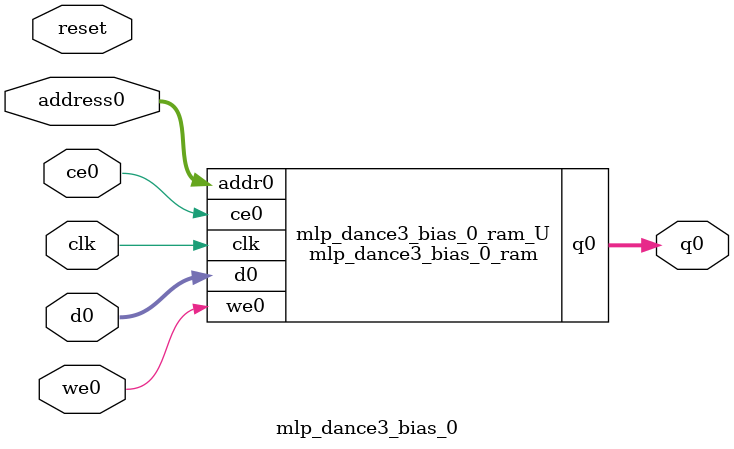
<source format=v>
`timescale 1 ns / 1 ps
module mlp_dance3_bias_0_ram (addr0, ce0, d0, we0, q0,  clk);

parameter DWIDTH = 32;
parameter AWIDTH = 7;
parameter MEM_SIZE = 128;

input[AWIDTH-1:0] addr0;
input ce0;
input[DWIDTH-1:0] d0;
input we0;
output reg[DWIDTH-1:0] q0;
input clk;

(* ram_style = "block" *)reg [DWIDTH-1:0] ram[0:MEM_SIZE-1];




always @(posedge clk)  
begin 
    if (ce0) begin
        if (we0) 
            ram[addr0] <= d0; 
        q0 <= ram[addr0];
    end
end


endmodule

`timescale 1 ns / 1 ps
module mlp_dance3_bias_0(
    reset,
    clk,
    address0,
    ce0,
    we0,
    d0,
    q0);

parameter DataWidth = 32'd32;
parameter AddressRange = 32'd128;
parameter AddressWidth = 32'd7;
input reset;
input clk;
input[AddressWidth - 1:0] address0;
input ce0;
input we0;
input[DataWidth - 1:0] d0;
output[DataWidth - 1:0] q0;



mlp_dance3_bias_0_ram mlp_dance3_bias_0_ram_U(
    .clk( clk ),
    .addr0( address0 ),
    .ce0( ce0 ),
    .we0( we0 ),
    .d0( d0 ),
    .q0( q0 ));

endmodule


</source>
